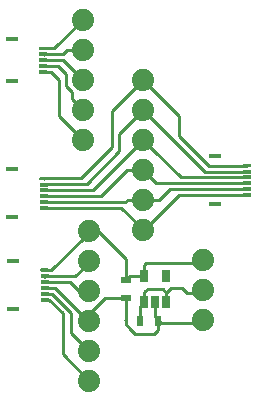
<source format=gbr>
G04 #@! TF.GenerationSoftware,KiCad,Pcbnew,(5.1.6)-1*
G04 #@! TF.CreationDate,2020-08-30T21:35:49+02:00*
G04 #@! TF.ProjectId,Freude_BreakoutBoard,46726575-6465-45f4-9272-65616b6f7574,rev?*
G04 #@! TF.SameCoordinates,Original*
G04 #@! TF.FileFunction,Copper,L1,Top*
G04 #@! TF.FilePolarity,Positive*
%FSLAX46Y46*%
G04 Gerber Fmt 4.6, Leading zero omitted, Abs format (unit mm)*
G04 Created by KiCad (PCBNEW (5.1.6)-1) date 2020-08-30 21:35:49*
%MOMM*%
%LPD*%
G01*
G04 APERTURE LIST*
G04 #@! TA.AperFunction,SMDPad,CuDef*
%ADD10R,0.700000X0.300000*%
G04 #@! TD*
G04 #@! TA.AperFunction,SMDPad,CuDef*
%ADD11R,1.000000X0.300000*%
G04 #@! TD*
G04 #@! TA.AperFunction,SMDPad,CuDef*
%ADD12R,0.500000X0.900000*%
G04 #@! TD*
G04 #@! TA.AperFunction,SMDPad,CuDef*
%ADD13R,0.900000X0.500000*%
G04 #@! TD*
G04 #@! TA.AperFunction,ComponentPad*
%ADD14C,1.879600*%
G04 #@! TD*
G04 #@! TA.AperFunction,SMDPad,CuDef*
%ADD15R,0.650000X1.060000*%
G04 #@! TD*
G04 #@! TA.AperFunction,Conductor*
%ADD16C,0.250000*%
G04 #@! TD*
G04 APERTURE END LIST*
G04 #@! TA.AperFunction,SMDPad,CuDef*
G36*
G01*
X168495000Y-79230000D02*
X169045000Y-79230000D01*
G75*
G02*
X169120000Y-79305000I0J-75000D01*
G01*
X169120000Y-79455000D01*
G75*
G02*
X169045000Y-79530000I-75000J0D01*
G01*
X168495000Y-79530000D01*
G75*
G02*
X168420000Y-79455000I0J75000D01*
G01*
X168420000Y-79305000D01*
G75*
G02*
X168495000Y-79230000I75000J0D01*
G01*
G37*
G04 #@! TD.AperFunction*
D10*
X168770000Y-79880000D03*
X168770000Y-80380000D03*
X168770000Y-80880000D03*
D11*
X166120000Y-78590000D03*
X166120000Y-82670000D03*
D10*
X168770000Y-81380000D03*
X168770000Y-81880000D03*
G04 #@! TA.AperFunction,SMDPad,CuDef*
G36*
G01*
X151295000Y-80330000D02*
X151845000Y-80330000D01*
G75*
G02*
X151920000Y-80405000I0J-75000D01*
G01*
X151920000Y-80555000D01*
G75*
G02*
X151845000Y-80630000I-75000J0D01*
G01*
X151295000Y-80630000D01*
G75*
G02*
X151220000Y-80555000I0J75000D01*
G01*
X151220000Y-80405000D01*
G75*
G02*
X151295000Y-80330000I75000J0D01*
G01*
G37*
G04 #@! TD.AperFunction*
X151570000Y-80980000D03*
X151570000Y-81480000D03*
X151570000Y-81980000D03*
D11*
X148920000Y-79690000D03*
X148920000Y-83770000D03*
D10*
X151570000Y-82480000D03*
X151570000Y-82980000D03*
D11*
X148895000Y-72245000D03*
X148895000Y-68665000D03*
D10*
X151545000Y-71455000D03*
X151545000Y-70955000D03*
X151545000Y-70455000D03*
X151545000Y-69955000D03*
G04 #@! TA.AperFunction,SMDPad,CuDef*
G36*
G01*
X151270000Y-69305000D02*
X151820000Y-69305000D01*
G75*
G02*
X151895000Y-69380000I0J-75000D01*
G01*
X151895000Y-69530000D01*
G75*
G02*
X151820000Y-69605000I-75000J0D01*
G01*
X151270000Y-69605000D01*
G75*
G02*
X151195000Y-69530000I0J75000D01*
G01*
X151195000Y-69380000D01*
G75*
G02*
X151270000Y-69305000I75000J0D01*
G01*
G37*
G04 #@! TD.AperFunction*
D12*
X159745000Y-92530000D03*
X161245000Y-92530000D03*
D13*
X158520000Y-90555000D03*
X158520000Y-89055000D03*
D14*
X165095000Y-87380000D03*
X165095000Y-89920000D03*
X165095000Y-92460000D03*
X159995000Y-72130000D03*
X159995000Y-74670000D03*
X159995000Y-77210000D03*
X159995000Y-79750000D03*
X159995000Y-82290000D03*
X159995000Y-84830000D03*
X154895000Y-67055000D03*
X154895000Y-69595000D03*
X154895000Y-72135000D03*
X154895000Y-74675000D03*
X154895000Y-77215000D03*
D15*
X160070000Y-90905000D03*
X161020000Y-90905000D03*
X161970000Y-90905000D03*
X161970000Y-88705000D03*
X160070000Y-88705000D03*
D10*
X151650000Y-90730000D03*
X151650000Y-90230000D03*
D11*
X149000000Y-91520000D03*
X149000000Y-87440000D03*
D10*
X151650000Y-89730000D03*
X151650000Y-89230000D03*
X151650000Y-88730000D03*
G04 #@! TA.AperFunction,SMDPad,CuDef*
G36*
G01*
X151375000Y-88080000D02*
X151925000Y-88080000D01*
G75*
G02*
X152000000Y-88155000I0J-75000D01*
G01*
X152000000Y-88305000D01*
G75*
G02*
X151925000Y-88380000I-75000J0D01*
G01*
X151375000Y-88380000D01*
G75*
G02*
X151300000Y-88305000I0J75000D01*
G01*
X151300000Y-88155000D01*
G75*
G02*
X151375000Y-88080000I75000J0D01*
G01*
G37*
G04 #@! TD.AperFunction*
D14*
X155440000Y-84940000D03*
X155440000Y-87480000D03*
X155440000Y-90020000D03*
X155440000Y-92560000D03*
X155440000Y-95100000D03*
X155440000Y-97640000D03*
D16*
X161020000Y-92180000D02*
X161020000Y-90905000D01*
X161545000Y-92705000D02*
X161020000Y-92180000D01*
X161245000Y-93255000D02*
X161245000Y-92530000D01*
X160895000Y-93605000D02*
X161245000Y-93255000D01*
X159295000Y-93605000D02*
X160895000Y-93605000D01*
X158520000Y-92830000D02*
X158870000Y-93180000D01*
X158870000Y-93180000D02*
X159295000Y-93605000D01*
X158295107Y-82451342D02*
X158284184Y-82462265D01*
X162980000Y-92695000D02*
X162970000Y-92705000D01*
X165020000Y-92695000D02*
X162980000Y-92695000D01*
X163295000Y-92705000D02*
X162970000Y-92705000D01*
X162970000Y-92705000D02*
X161545000Y-92705000D01*
X158450776Y-92485776D02*
X158520000Y-92555000D01*
X158520000Y-90555000D02*
X158520000Y-92555000D01*
X158520000Y-92555000D02*
X158520000Y-92830000D01*
X158284184Y-82462265D02*
X152720000Y-82462265D01*
X152720000Y-82462265D02*
X152545107Y-82462265D01*
X159816030Y-81432265D02*
X159286030Y-81962265D01*
X158504581Y-82451342D02*
X158295107Y-82451342D01*
X158665923Y-82290000D02*
X158504581Y-82451342D01*
X159995000Y-82290000D02*
X158665923Y-82290000D01*
X159995000Y-82290000D02*
X161324077Y-82290000D01*
X161324077Y-82290000D02*
X162234077Y-81380000D01*
X162234077Y-81380000D02*
X168795000Y-81380000D01*
X156790000Y-90555000D02*
X158520000Y-90555000D01*
X154895000Y-92450000D02*
X156790000Y-90555000D01*
X153565923Y-69595000D02*
X154895000Y-69595000D01*
X153205923Y-69955000D02*
X153565923Y-69595000D01*
X151570000Y-69980000D02*
X151595000Y-69955000D01*
X151595000Y-69955000D02*
X153205923Y-69955000D01*
X151537735Y-82462265D02*
X152720000Y-82462265D01*
X151520000Y-82480000D02*
X151537735Y-82462265D01*
X151575575Y-89735575D02*
X151520000Y-89680000D01*
X152525575Y-89735575D02*
X151575575Y-89735575D01*
X155039373Y-93025575D02*
X155039373Y-92249373D01*
X155039373Y-92249373D02*
X152525575Y-89735575D01*
X151664425Y-88735575D02*
X151620000Y-88780000D01*
X155039373Y-87945575D02*
X154249373Y-88735575D01*
X154249373Y-88735575D02*
X151664425Y-88735575D01*
X151575575Y-89235575D02*
X151570000Y-89230000D01*
X155039373Y-90485575D02*
X153789373Y-89235575D01*
X153789373Y-89235575D02*
X151575575Y-89235575D01*
X160070000Y-90105000D02*
X160070000Y-90905000D01*
X161650000Y-89805000D02*
X160370000Y-89805000D01*
X161970000Y-90905000D02*
X161970000Y-90125000D01*
X161970000Y-90125000D02*
X161650000Y-89805000D01*
X159745000Y-91230000D02*
X160070000Y-90905000D01*
X159745000Y-92530000D02*
X159745000Y-91230000D01*
X160170000Y-90005000D02*
X160070000Y-90105000D01*
X160370000Y-89805000D02*
X160170000Y-90005000D01*
X162315000Y-89780000D02*
X161970000Y-90125000D01*
X163315923Y-89780000D02*
X162315000Y-89780000D01*
X165020000Y-90155000D02*
X163690923Y-90155000D01*
X163690923Y-90155000D02*
X163315923Y-89780000D01*
X158870000Y-88705000D02*
X158520000Y-89055000D01*
X160070000Y-88705000D02*
X158870000Y-88705000D01*
X160070000Y-87805000D02*
X160070000Y-88705000D01*
X160270000Y-87605000D02*
X160070000Y-87805000D01*
X164970000Y-87605000D02*
X160270000Y-87605000D01*
X165020000Y-87615000D02*
X164980000Y-87615000D01*
X164980000Y-87615000D02*
X164970000Y-87605000D01*
X160939799Y-78149799D02*
X163170000Y-80380000D01*
X160934799Y-78149799D02*
X160939799Y-78149799D01*
X159995000Y-77210000D02*
X160934799Y-78149799D01*
X168770000Y-80380000D02*
X163170000Y-80380000D01*
X158520000Y-88555000D02*
X158520000Y-89055000D01*
X158520000Y-87265200D02*
X158520000Y-88555000D01*
X156084800Y-84830000D02*
X158520000Y-87265200D01*
X154895000Y-84830000D02*
X156084800Y-84830000D01*
X153955201Y-76275201D02*
X154895000Y-77215000D01*
X153940201Y-76275201D02*
X153955201Y-76275201D01*
X152870000Y-75205000D02*
X153940201Y-76275201D01*
X152870000Y-72155000D02*
X152870000Y-75205000D01*
X151570000Y-71480000D02*
X152195000Y-71480000D01*
X152195000Y-71480000D02*
X152870000Y-72155000D01*
X155742735Y-81462265D02*
X159995000Y-77210000D01*
X152545107Y-81462265D02*
X155742735Y-81462265D01*
X152537842Y-81455000D02*
X152545107Y-81462265D01*
X151520000Y-81480000D02*
X151545000Y-81455000D01*
X151545000Y-81455000D02*
X152537842Y-81455000D01*
X151525575Y-88235575D02*
X151520000Y-88230000D01*
X155039373Y-85405575D02*
X152209373Y-88235575D01*
X152209373Y-88235575D02*
X151525575Y-88235575D01*
X152670000Y-80462265D02*
X152545107Y-80462265D01*
X159995000Y-72130000D02*
X161995000Y-74130000D01*
X163070000Y-75205000D02*
X161970000Y-74105000D01*
X163070000Y-76905000D02*
X163070000Y-75205000D01*
X168770000Y-79380000D02*
X165545000Y-79380000D01*
X165545000Y-79380000D02*
X163070000Y-76905000D01*
X154720107Y-80462265D02*
X152670000Y-80462265D01*
X157345000Y-77837372D02*
X154720107Y-80462265D01*
X159995000Y-72130000D02*
X157345000Y-74780000D01*
X157345000Y-74780000D02*
X157345000Y-77837372D01*
X152662735Y-80455000D02*
X152670000Y-80462265D01*
X151570000Y-80480000D02*
X151595000Y-80455000D01*
X151595000Y-80455000D02*
X152662735Y-80455000D01*
X165205000Y-79880000D02*
X165420000Y-79880000D01*
X159995000Y-74670000D02*
X165205000Y-79880000D01*
X168820000Y-79880000D02*
X165420000Y-79880000D01*
X159055201Y-75619799D02*
X159055201Y-75609799D01*
X151545000Y-80955000D02*
X152537842Y-80955000D01*
X157988295Y-76686705D02*
X159055201Y-75619799D01*
X151520000Y-80930000D02*
X151545000Y-80955000D01*
X159055201Y-75609799D02*
X159995000Y-74670000D01*
X152537842Y-80955000D02*
X152545107Y-80962265D01*
X152545107Y-80962265D02*
X155206030Y-80962265D01*
X155206030Y-80962265D02*
X157988295Y-78180000D01*
X157988295Y-78180000D02*
X157988295Y-76686705D01*
X159992936Y-79832064D02*
X160205308Y-79832064D01*
X168745000Y-80880000D02*
X168770000Y-80855000D01*
X159995000Y-79750000D02*
X161125000Y-80880000D01*
X161125000Y-80880000D02*
X168745000Y-80880000D01*
X158665923Y-79750000D02*
X159995000Y-79750000D01*
X156453658Y-81962265D02*
X158665923Y-79750000D01*
X152545107Y-81962265D02*
X156453658Y-81962265D01*
X152537842Y-81955000D02*
X152545107Y-81962265D01*
X151520000Y-81980000D02*
X151545000Y-81955000D01*
X151545000Y-81955000D02*
X152537842Y-81955000D01*
X168795000Y-81855000D02*
X168770000Y-81880000D01*
X163020000Y-81880000D02*
X168770000Y-81880000D01*
X151470000Y-82980000D02*
X151495000Y-82955000D01*
X152537842Y-82955000D02*
X152545107Y-82962265D01*
X151495000Y-82955000D02*
X152537842Y-82955000D01*
X158152265Y-82962265D02*
X160045000Y-84855000D01*
X152545107Y-82962265D02*
X158152265Y-82962265D01*
X160045000Y-84855000D02*
X163020000Y-81880000D01*
X152470000Y-69455000D02*
X151570000Y-69455000D01*
X155305201Y-66619799D02*
X152470000Y-69455000D01*
X151545000Y-70455000D02*
X151520000Y-70430000D01*
X154895000Y-72135000D02*
X153215000Y-70455000D01*
X153215000Y-70455000D02*
X151545000Y-70455000D01*
X151545000Y-70955000D02*
X152795000Y-70955000D01*
X151520000Y-70980000D02*
X151545000Y-70955000D01*
X153955201Y-73735201D02*
X154895000Y-74675000D01*
X152795000Y-70955000D02*
X153495000Y-71655000D01*
X153495000Y-71655000D02*
X153495000Y-72655000D01*
X153495000Y-72655000D02*
X153955201Y-73115201D01*
X153955201Y-73115201D02*
X153955201Y-73735201D01*
X151650000Y-90730000D02*
X152020000Y-90730000D01*
X152020000Y-90730000D02*
X153170000Y-91880000D01*
X153170000Y-95370000D02*
X155440000Y-97640000D01*
X153170000Y-91880000D02*
X153170000Y-95370000D01*
X151650000Y-90230000D02*
X152270000Y-90230000D01*
X152270000Y-90230000D02*
X153920000Y-91880000D01*
X153920000Y-93580000D02*
X155440000Y-95100000D01*
X153920000Y-91880000D02*
X153920000Y-93580000D01*
M02*

</source>
